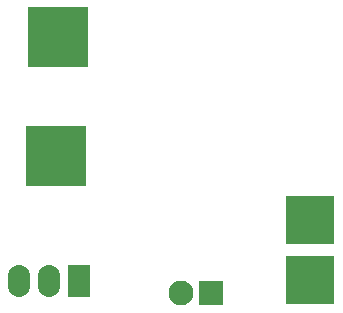
<source format=gbs>
G04 Layer: BottomSolderMaskLayer*
G04 EasyEDA v6.5.34, 2023-10-05 20:18:03*
G04 Gerber Generator version 0.2*
G04 Scale: 100 percent, Rotated: No, Reflected: No *
G04 Dimensions in millimeters *
G04 leading zeros omitted , absolute positions ,4 integer and 5 decimal *
%FSLAX45Y45*%
%MOMM*%

%AMMACRO1*1,1,$1,$2,$3*1,1,$1,$4,$5*1,1,$1,0-$2,0-$3*1,1,$1,0-$4,0-$5*20,1,$1,$2,$3,$4,$5,0*20,1,$1,$4,$5,0-$2,0-$3,0*20,1,$1,0-$2,0-$3,0-$4,0-$5,0*20,1,$1,0-$4,0-$5,$2,$3,0*4,1,4,$2,$3,$4,$5,0-$2,0-$3,0-$4,0-$5,$2,$3,0*%
%ADD10O,1.9015964X2.7015948*%
%ADD11MACRO1,0.1016X0.9X-1.3X-0.9X-1.3*%
%ADD12MACRO1,0.1016X-2.5X-2.5X-2.5X2.5*%
%ADD13MACRO1,0.102X1X-1X-1X-1*%
%ADD14C,2.1020*%
%ADD15MACRO1,0.102X-2X-2X-2X2*%

%LPD*%
D10*
G01*
X1270000Y11632692D03*
G01*
X1015974Y11633682D03*
D11*
G01*
X1524010Y11632681D03*
D12*
G01*
X1327147Y12693624D03*
G01*
X1339847Y13696924D03*
D13*
G01*
X2641600Y11531600D03*
D14*
G01*
X2387600Y11531600D03*
D15*
G01*
X3479800Y11645874D03*
G01*
X3479800Y12153874D03*
M02*

</source>
